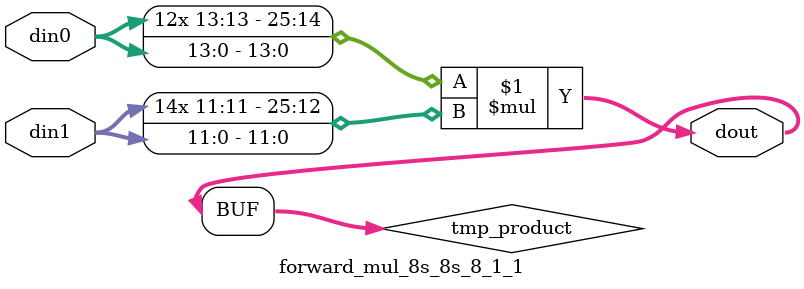
<source format=v>
 module forward_mul_8s_8s_8_1_1(din0, din1, dout); 
parameter ID = 1;
parameter NUM_STAGE = 0;
parameter din0_WIDTH = 14;
parameter din1_WIDTH = 12;
parameter dout_WIDTH = 26;
input [din0_WIDTH - 1 : 0] din0; 
input [din1_WIDTH - 1 : 0] din1; 
output [dout_WIDTH - 1 : 0] dout;
wire signed [dout_WIDTH - 1 : 0] tmp_product;
assign tmp_product = $signed(din0) * $signed(din1);
assign dout = tmp_product;
endmodule
</source>
